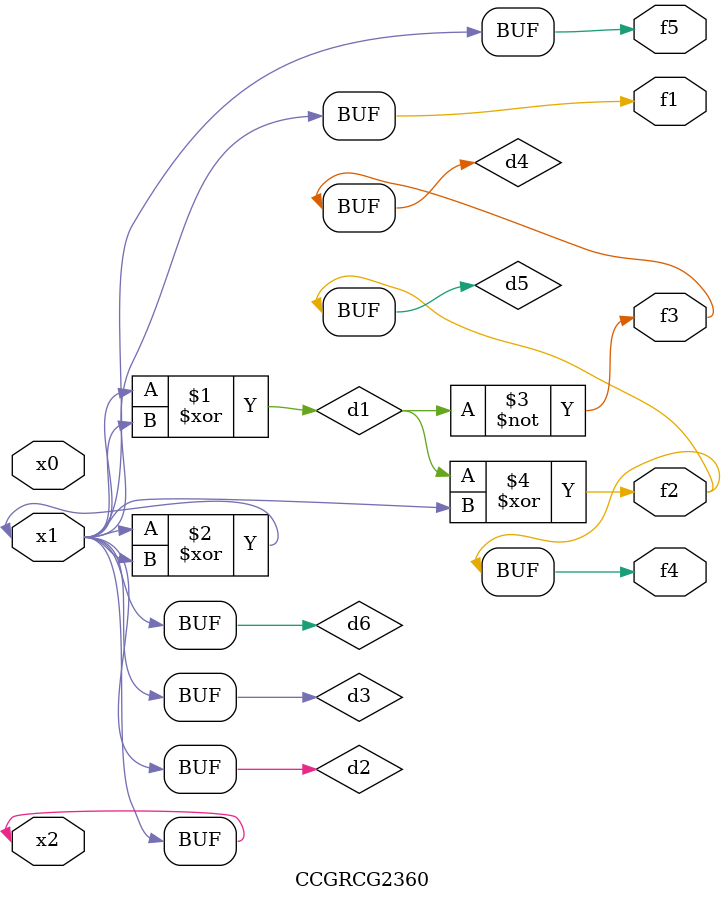
<source format=v>
module CCGRCG2360(
	input x0, x1, x2,
	output f1, f2, f3, f4, f5
);

	wire d1, d2, d3, d4, d5, d6;

	xor (d1, x1, x2);
	buf (d2, x1, x2);
	xor (d3, x1, x2);
	nor (d4, d1);
	xor (d5, d1, d2);
	buf (d6, d2, d3);
	assign f1 = d6;
	assign f2 = d5;
	assign f3 = d4;
	assign f4 = d5;
	assign f5 = d6;
endmodule

</source>
